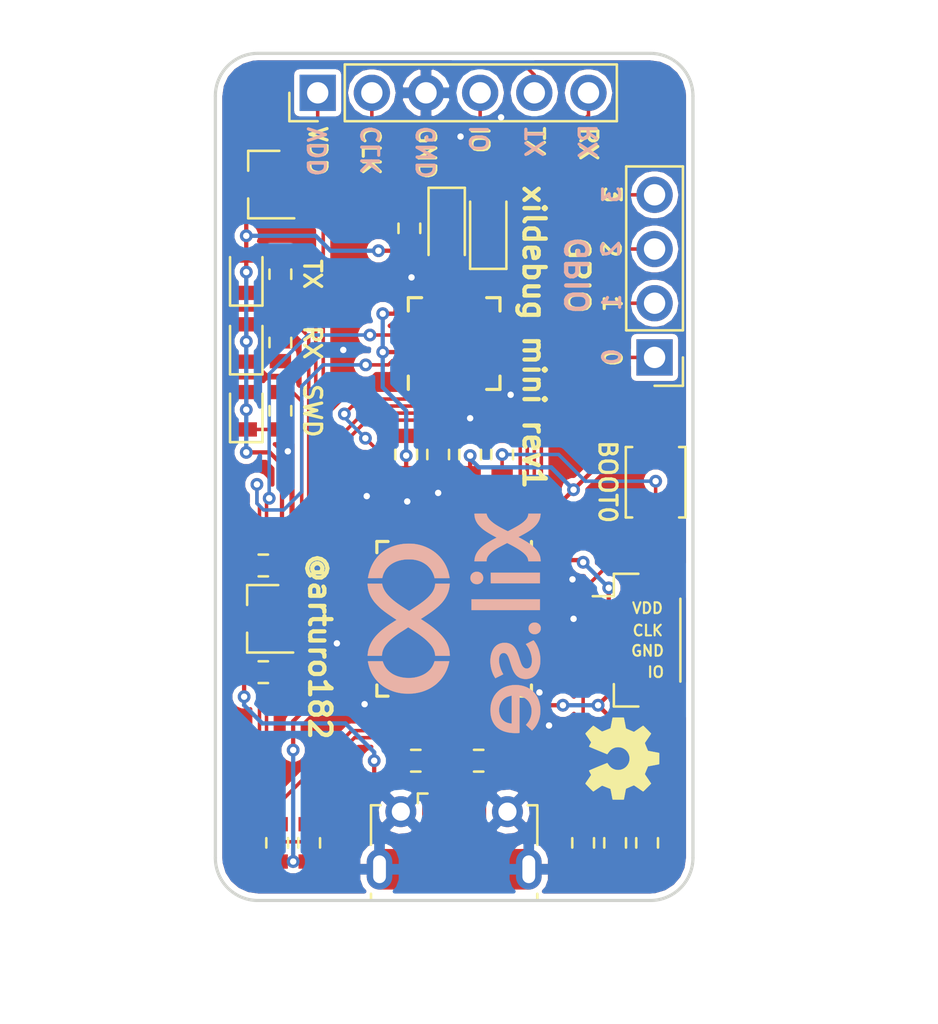
<source format=kicad_pcb>
(kicad_pcb (version 20171130) (host pcbnew "(6.0.0-rc1-dev-1050-geabae68ab)")
  (layers (0 F.Cu signal) (31 B.Cu signal) (34 B.Paste user) (35 F.Paste user hide) (36 B.SilkS user) (37 F.SilkS user) (38 B.Mask user) (39 F.Mask user hide) (44 Edge.Cuts user))
  (net 0 "")
  (net 1 /DUT_UART_RX_LED)
  (net 2 "Net-(D3-Pad1)")
  (net 3 +3V3)
  (net 4 /DUT_UART_TX_LED)
  (net 5 "Net-(D2-Pad1)")
  (net 6 "Net-(D1-Pad1)")
  (net 7 /DUT_SWD_LED)
  (net 8 /USB_D+)
  (net 9 "Net-(R7-Pad2)")
  (net 10 "Net-(R8-Pad2)")
  (net 11 /USB_D-)
  (net 12 GND)
  (net 13 +5V)
  (net 14 /GPIO1_A)
  (net 15 /GPIO0_A)
  (net 16 /STM_SWCLK)
  (net 17 /STM_SWDIO)
  (net 18 /DUT_UART_RX_A)
  (net 19 /DUT_UART_TX_A)
  (net 20 /DUT_SWDIO_A)
  (net 21 /DUT_SWCLK_A)
  (net 22 /GPIO3_A)
  (net 23 /GPIO2_A)
  (net 24 /GPIO0_B)
  (net 25 /GPIO1_B)
  (net 26 /GPIO2_B)
  (net 27 /GPIO3_B)
  (net 28 /DUT_SWDIO_B)
  (net 29 /DUT_SWCLK_B)
  (net 30 /DUT_UART_RX_B)
  (net 31 /DUT_UART_TX_B)
  (net 32 "Net-(J1-Pad4)")
  (net 33 "Net-(R23-Pad1)")
  (net 34 /STM_SDA)
  (net 35 /STM_SCL)
  (net 36 "Net-(U3-Pad43)")
  (net 37 "Net-(U3-Pad42)")
  (net 38 "Net-(U3-Pad41)")
  (net 39 "Net-(U3-Pad40)")
  (net 40 "Net-(U3-Pad39)")
  (net 41 "Net-(U3-Pad38)")
  (net 42 "Net-(U3-Pad29)")
  (net 43 "Net-(U3-Pad28)")
  (net 44 "Net-(U3-Pad27)")
  (net 45 "Net-(U3-Pad26)")
  (net 46 "Net-(U3-Pad25)")
  (net 47 "Net-(U3-Pad11)")
  (net 48 "Net-(U3-Pad10)")
  (net 49 "Net-(D5-Pad1)")
  (net 50 "Net-(D6-Pad2)")
  (net 51 "Net-(U3-Pad46)")
  (net 52 "Net-(U3-Pad45)")
  (net 53 "Net-(U3-Pad20)")
  (net 54 "Net-(U3-Pad2)")
  (net 55 "Net-(U3-Pad22)")
  (net 56 "Net-(U3-Pad21)")
  (net 57 /DUT_VDD_CTRL)
  (net 58 "Net-(J5-Pad1)")
  (module Package_TO_SOT_SMD:SOT-23 (layer F.Cu) (at 211.1 66.15 180)
    (fp_text reference Q1 hide)
    (fp_text value FDN340P hide)
    (pad 3 smd rect (at 1 0 180) (size 0.9 0.8) (layers F.Cu F.Paste F.Mask) (net 3 +3V3))
    (pad 2 smd rect (at -1 0.95 180) (size 0.9 0.8) (layers F.Cu F.Paste F.Mask) (net 58 "Net-(J5-Pad1)"))
    (pad 1 smd rect (at -1 -0.95 180) (size 0.9 0.8) (layers F.Cu F.Paste F.Mask) (net 57 /DUT_VDD_CTRL))
  )
  (module Connector_JST:JST_SH_BM04B-SRSS-TB_1x04-1MP_P1.00mm_Vertical (layer F.Cu) (at 228.6 87.5 270)
    (fp_text reference J2 hide)
    (fp_text value Conn_STM_SWD hide)
    (pad MP smd roundrect (at 2.8 -1.2 270) (size 1.2 1.8) (layers F.Cu F.Paste F.Mask) (roundrect_rratio 0.208333))
    (pad MP smd roundrect (at -2.8 -1.2 270) (size 1.2 1.8) (layers F.Cu F.Paste F.Mask) (roundrect_rratio 0.208333))
    (pad 4 smd roundrect (at 1.5 1.325 270) (size 0.6 1.55) (layers F.Cu F.Paste F.Mask) (net 17 /STM_SWDIO))
    (pad 3 smd roundrect (at 0.5 1.325 270) (size 0.6 1.55) (layers F.Cu F.Paste F.Mask) (net 12 GND))
    (pad 2 smd roundrect (at -0.5 1.325 270) (size 0.6 1.55) (layers F.Cu F.Paste F.Mask) (net 16 /STM_SWCLK))
    (pad 1 smd roundrect (at -1.5 1.325 270) (size 0.6 1.55) (layers F.Cu F.Paste F.Mask) (net 3 +3V3))
  )
  (module Connector_PinHeader_2.54mm:PinHeader_1x04_P2.54mm_Vertical (layer F.Cu) (at 229.4 74.25 180)
    (fp_text reference J3 hide)
    (fp_text value Conn_GPIO hide)
    (pad 4 thru_hole oval (at 0 7.62 180) (size 1.7 1.7) (drill 1) (layers *.Cu *.Mask) (net 27 /GPIO3_B))
    (pad 3 thru_hole oval (at 0 5.08 180) (size 1.7 1.7) (drill 1) (layers *.Cu *.Mask) (net 26 /GPIO2_B))
    (pad 2 thru_hole oval (at 0 2.54 180) (size 1.7 1.7) (drill 1) (layers *.Cu *.Mask) (net 25 /GPIO1_B))
    (pad 1 thru_hole rect (at 0 0 180) (size 1.7 1.7) (drill 1) (layers *.Cu *.Mask) (net 24 /GPIO0_B))
  )
  (module Button_Switch_SMD:SW_SPST_B3U-1000P (layer F.Cu) (at 229.45 80.1 270)
    (fp_text reference SW1 hide)
    (fp_text value BOOT0)
    (pad 1 smd rect (at -1.7 0 270) (size 0.9 1.7) (layers F.Cu F.Paste F.Mask) (net 3 +3V3))
    (pad 2 smd rect (at 1.7 0 270) (size 0.9 1.7) (layers F.Cu F.Paste F.Mask) (net 33 "Net-(R23-Pad1)"))
  )
  (module Resistor_SMD:R_0603_1608Metric (layer F.Cu) (at 222.25 78.8 90)
    (fp_text reference R23 hide)
    (fp_text value 10K)
    (pad 1 smd rect (at -0.875 0 90) (size 0.67 1) (layers F.Cu F.Paste F.Mask) (net 33 "Net-(R23-Pad1)"))
    (pad 2 smd rect (at 0.875 0 90) (size 0.67 1) (layers F.Cu F.Paste F.Mask) (net 12 GND))
  )
  (module Capacitor_SMD:C_0603_1608Metric (layer F.Cu) (at 211.05 84 180)
    (fp_text reference C1 hide)
    (fp_text value 0.1uF)
    (pad 2 smd rect (at 0.875 0 180) (size 0.67 1) (layers F.Cu F.Paste F.Mask) (net 12 GND))
    (pad 1 smd rect (at -0.875 0 180) (size 0.67 1) (layers F.Cu F.Paste F.Mask) (net 3 +3V3))
  )
  (module Capacitor_SMD:C_0603_1608Metric (layer F.Cu) (at 217.9 68.2 90)
    (fp_text reference C3 hide)
    (fp_text value 0.1uF)
    (pad 1 smd rect (at -0.875 0 90) (size 0.67 1) (layers F.Cu F.Paste F.Mask) (net 3 +3V3))
    (pad 2 smd rect (at 0.875 0 90) (size 0.67 1) (layers F.Cu F.Paste F.Mask) (net 12 GND))
  )
  (module Capacitor_SMD:C_0603_1608Metric (layer F.Cu) (at 219.25 78.8 90)
    (fp_text reference C4 hide)
    (fp_text value 0.1uF)
    (pad 2 smd rect (at 0.875 0 90) (size 0.67 1) (layers F.Cu F.Paste F.Mask) (net 12 GND))
    (pad 1 smd rect (at -0.875 0 90) (size 0.67 1) (layers F.Cu F.Paste F.Mask) (net 3 +3V3))
  )
  (module Capacitor_SMD:C_0603_1608Metric (layer F.Cu) (at 226.05 97 270)
    (fp_text reference C5 hide)
    (fp_text value 0.1uF)
    (pad 1 smd rect (at -0.875 0 270) (size 0.67 1) (layers F.Cu F.Paste F.Mask) (net 3 +3V3))
    (pad 2 smd rect (at 0.875 0 270) (size 0.67 1) (layers F.Cu F.Paste F.Mask) (net 12 GND))
  )
  (module Capacitor_SMD:C_0603_1608Metric (layer F.Cu) (at 227.55 97 270)
    (fp_text reference C6 hide)
    (fp_text value 4.7uF)
    (pad 2 smd rect (at 0.875 0 270) (size 0.67 1) (layers F.Cu F.Paste F.Mask) (net 12 GND))
    (pad 1 smd rect (at -0.875 0 270) (size 0.67 1) (layers F.Cu F.Paste F.Mask) (net 3 +3V3))
  )
  (module Capacitor_SMD:C_0603_1608Metric (layer F.Cu) (at 217.75 78.8 90)
    (fp_text reference C7 hide)
    (fp_text value 10nF)
    (pad 1 smd rect (at -0.875 0 90) (size 0.67 1) (layers F.Cu F.Paste F.Mask) (net 3 +3V3))
    (pad 2 smd rect (at 0.875 0 90) (size 0.67 1) (layers F.Cu F.Paste F.Mask) (net 12 GND))
  )
  (module Capacitor_SMD:C_0603_1608Metric (layer F.Cu) (at 211.05 89 180)
    (fp_text reference C9 hide)
    (fp_text value 1uF)
    (pad 1 smd rect (at -0.875 0 180) (size 0.67 1) (layers F.Cu F.Paste F.Mask) (net 12 GND))
    (pad 2 smd rect (at 0.875 0 180) (size 0.67 1) (layers F.Cu F.Paste F.Mask) (net 13 +5V))
  )
  (module Capacitor_SMD:C_0603_1608Metric (layer F.Cu) (at 220.75 78.8 90)
    (fp_text reference C2 hide)
    (fp_text value 0.1uF)
    (pad 2 smd rect (at 0.875 0 90) (size 0.67 1) (layers F.Cu F.Paste F.Mask) (net 12 GND))
    (pad 1 smd rect (at -0.875 0 90) (size 0.67 1) (layers F.Cu F.Paste F.Mask) (net 3 +3V3))
  )
  (module Capacitor_SMD:C_0603_1608Metric (layer F.Cu) (at 229.05 97 270)
    (fp_text reference C10 hide)
    (fp_text value 1uF)
    (pad 1 smd rect (at -0.875 0 270) (size 0.67 1) (layers F.Cu F.Paste F.Mask) (net 3 +3V3))
    (pad 2 smd rect (at 0.875 0 270) (size 0.67 1) (layers F.Cu F.Paste F.Mask) (net 12 GND))
  )
  (module Connector_PinHeader_2.54mm:PinHeader_1x06_P2.54mm_Vertical (layer F.Cu) (at 213.6 61.85 90)
    (fp_text reference J5 hide)
    (fp_text value Conn_DUT hide)
    (pad 1 thru_hole rect (at 0 0 90) (size 1.7 1.7) (drill 1) (layers *.Cu *.Mask) (net 58 "Net-(J5-Pad1)"))
    (pad 2 thru_hole oval (at 0 2.54 90) (size 1.7 1.7) (drill 1) (layers *.Cu *.Mask) (net 29 /DUT_SWCLK_B))
    (pad 3 thru_hole oval (at 0 5.08 90) (size 1.7 1.7) (drill 1) (layers *.Cu *.Mask) (net 12 GND))
    (pad 4 thru_hole oval (at 0 7.62 90) (size 1.7 1.7) (drill 1) (layers *.Cu *.Mask) (net 28 /DUT_SWDIO_B))
    (pad 5 thru_hole oval (at 0 10.16 90) (size 1.7 1.7) (drill 1) (layers *.Cu *.Mask) (net 31 /DUT_UART_TX_B))
    (pad 6 thru_hole oval (at 0 12.7 90) (size 1.7 1.7) (drill 1) (layers *.Cu *.Mask) (net 30 /DUT_UART_RX_B))
  )
  (module Connector_USB:USB_Micro-B_Molex-105017-0001 (layer F.Cu) (at 220 97)
    (fp_text reference J1 hide)
    (fp_text value USB_B_Micro hide)
    (pad 6 smd rect (at 1 1.2375) (size 1.5 1.9) (layers F.Cu F.Paste F.Mask) (net 12 GND))
    (pad 6 thru_hole circle (at -2.5 -1.4625) (size 1.45 1.45) (drill 0.85) (layers *.Cu *.Mask) (net 12 GND))
    (pad 2 smd rect (at -0.65 -1.4625) (size 0.4 1.35) (layers F.Cu F.Paste F.Mask) (net 11 /USB_D-))
    (pad 1 smd rect (at -1.3 -1.4625) (size 0.4 1.35) (layers F.Cu F.Paste F.Mask) (net 13 +5V))
    (pad 5 smd rect (at 1.3 -1.4625) (size 0.4 1.35) (layers F.Cu F.Paste F.Mask) (net 12 GND))
    (pad 4 smd rect (at 0.65 -1.4625) (size 0.4 1.35) (layers F.Cu F.Paste F.Mask) (net 32 "Net-(J1-Pad4)"))
    (pad 3 smd rect (at 0 -1.4625) (size 0.4 1.35) (layers F.Cu F.Paste F.Mask) (net 8 /USB_D+))
    (pad 6 thru_hole circle (at 2.5 -1.4625) (size 1.45 1.45) (drill 0.85) (layers *.Cu *.Mask) (net 12 GND))
    (pad 6 smd rect (at -1 1.2375) (size 1.5 1.9) (layers F.Cu F.Paste F.Mask) (net 12 GND))
    (pad 6 thru_hole oval (at -3.5 1.2375 180) (size 1.2 1.9) (drill oval 0.6 1.3) (layers *.Cu *.Mask) (net 12 GND))
    (pad 6 thru_hole oval (at 3.5 1.2375) (size 1.2 1.9) (drill oval 0.6 1.3) (layers *.Cu *.Mask) (net 12 GND))
    (pad 6 smd rect (at 2.9 1.2375) (size 1.2 1.9) (layers F.Cu F.Mask) (net 12 GND))
    (pad 6 smd rect (at -2.9 1.2375) (size 1.2 1.9) (layers F.Cu F.Mask) (net 12 GND))
  )
  (module Diode_SMD:D_SOD-323_HandSoldering (layer F.Cu) (at 221.6 68.2 90)
    (fp_text reference D5 hide)
    (fp_text value D_TX hide)
    (pad 2 smd rect (at 1.25 0 90) (size 1 1) (layers F.Cu F.Paste F.Mask) (net 30 /DUT_UART_RX_B))
    (pad 1 smd rect (at -1.25 0 90) (size 1 1) (layers F.Cu F.Paste F.Mask) (net 49 "Net-(D5-Pad1)"))
  )
  (module Diode_SMD:D_SOD-323_HandSoldering (layer F.Cu) (at 219.65 68.2 270)
    (fp_text reference D6 hide)
    (fp_text value D_RX hide)
    (pad 1 smd rect (at -1.25 0 270) (size 1 1) (layers F.Cu F.Paste F.Mask) (net 31 /DUT_UART_TX_B))
    (pad 2 smd rect (at 1.25 0 270) (size 1 1) (layers F.Cu F.Paste F.Mask) (net 50 "Net-(D6-Pad2)"))
  )
  (module LED_SMD:LED_0603_1608Metric (layer F.Cu) (at 210.25 76.75 90)
    (fp_text reference D1 hide)
    (fp_text value DUT_UART_TX_LED)
    (pad 1 smd rect (at -0.875 0 90) (size 0.67 1) (layers F.Cu F.Paste F.Mask) (net 6 "Net-(D1-Pad1)"))
    (pad 2 smd rect (at 0.875 0 90) (size 0.67 1) (layers F.Cu F.Paste F.Mask) (net 3 +3V3))
  )
  (module LED_SMD:LED_0603_1608Metric (layer F.Cu) (at 210.25 73.575 90)
    (fp_text reference D3 hide)
    (fp_text value DUT_UART_TX_LED)
    (pad 2 smd rect (at 0.875 0 90) (size 0.67 1) (layers F.Cu F.Paste F.Mask) (net 3 +3V3))
    (pad 1 smd rect (at -0.875 0 90) (size 0.67 1) (layers F.Cu F.Paste F.Mask) (net 2 "Net-(D3-Pad1)"))
  )
  (module LED_SMD:LED_0603_1608Metric (layer F.Cu) (at 210.25 70.35 90)
    (fp_text reference D2 hide)
    (fp_text value DUT_UART_TX_LED)
    (pad 1 smd rect (at -0.875 0 90) (size 0.67 1) (layers F.Cu F.Paste F.Mask) (net 5 "Net-(D2-Pad1)"))
    (pad 2 smd rect (at 0.875 0 90) (size 0.67 1) (layers F.Cu F.Paste F.Mask) (net 3 +3V3))
  )
  (module Package_DFN_QFN:QFN-28-1EP_4x4mm_P0.4mm_EP2.4x2.4mm (layer F.Cu) (at 220 73.6 90)
    (fp_text reference U2 hide)
    (fp_text value MAX14662)
    (pad 1 smd rect (at -1.95 -1.2 90) (size 0.8 0.2) (layers F.Cu F.Paste F.Mask) (net 12 GND))
    (pad 2 smd rect (at -1.95 -0.8 90) (size 0.8 0.2) (layers F.Cu F.Paste F.Mask) (net 21 /DUT_SWCLK_A))
    (pad 3 smd rect (at -1.95 -0.4 90) (size 0.8 0.2) (layers F.Cu F.Paste F.Mask) (net 19 /DUT_UART_TX_A))
    (pad 4 smd rect (at -1.95 0 90) (size 0.8 0.2) (layers F.Cu F.Paste F.Mask) (net 20 /DUT_SWDIO_A))
    (pad 5 smd rect (at -1.95 0.4 90) (size 0.8 0.2) (layers F.Cu F.Paste F.Mask) (net 18 /DUT_UART_RX_A))
    (pad 6 smd rect (at -1.95 0.8 90) (size 0.8 0.2) (layers F.Cu F.Paste F.Mask) (net 22 /GPIO3_A))
    (pad 7 smd rect (at -1.95 1.2 90) (size 0.8 0.2) (layers F.Cu F.Paste F.Mask) (net 23 /GPIO2_A))
    (pad 8 smd rect (at -1.2 1.95 180) (size 0.8 0.2) (layers F.Cu F.Paste F.Mask) (net 14 /GPIO1_A))
    (pad 9 smd rect (at -0.8 1.95 180) (size 0.8 0.2) (layers F.Cu F.Paste F.Mask) (net 15 /GPIO0_A))
    (pad 10 smd rect (at -0.4 1.95 180) (size 0.8 0.2) (layers F.Cu F.Paste F.Mask))
    (pad 11 smd rect (at 0 1.95 180) (size 0.8 0.2) (layers F.Cu F.Paste F.Mask) (net 12 GND))
    (pad 12 smd rect (at 0.4 1.95 180) (size 0.8 0.2) (layers F.Cu F.Paste F.Mask))
    (pad 13 smd rect (at 0.8 1.95 180) (size 0.8 0.2) (layers F.Cu F.Paste F.Mask))
    (pad 14 smd rect (at 1.2 1.95 180) (size 0.8 0.2) (layers F.Cu F.Paste F.Mask) (net 24 /GPIO0_B))
    (pad 15 smd rect (at 1.95 1.2 90) (size 0.8 0.2) (layers F.Cu F.Paste F.Mask) (net 25 /GPIO1_B))
    (pad 16 smd rect (at 1.95 0.8 90) (size 0.8 0.2) (layers F.Cu F.Paste F.Mask) (net 26 /GPIO2_B))
    (pad 17 smd rect (at 1.95 0.4 90) (size 0.8 0.2) (layers F.Cu F.Paste F.Mask) (net 27 /GPIO3_B))
    (pad 18 smd rect (at 1.95 0 90) (size 0.8 0.2) (layers F.Cu F.Paste F.Mask) (net 49 "Net-(D5-Pad1)"))
    (pad 19 smd rect (at 1.95 -0.4 90) (size 0.8 0.2) (layers F.Cu F.Paste F.Mask) (net 28 /DUT_SWDIO_B))
    (pad 20 smd rect (at 1.95 -0.8 90) (size 0.8 0.2) (layers F.Cu F.Paste F.Mask) (net 50 "Net-(D6-Pad2)"))
    (pad 21 smd rect (at 1.95 -1.2 90) (size 0.8 0.2) (layers F.Cu F.Paste F.Mask) (net 29 /DUT_SWCLK_B))
    (pad 22 smd rect (at 1.2 -1.95 180) (size 0.8 0.2) (layers F.Cu F.Paste F.Mask) (net 3 +3V3))
    (pad 23 smd rect (at 0.8 -1.95 180) (size 0.8 0.2) (layers F.Cu F.Paste F.Mask) (net 12 GND))
    (pad 24 smd rect (at 0.4 -1.95 180) (size 0.8 0.2) (layers F.Cu F.Paste F.Mask) (net 35 /STM_SCL))
    (pad 25 smd rect (at 0 -1.95 180) (size 0.8 0.2) (layers F.Cu F.Paste F.Mask) (net 12 GND))
    (pad 26 smd rect (at -0.4 -1.95 180) (size 0.8 0.2) (layers F.Cu F.Paste F.Mask) (net 3 +3V3))
    (pad 27 smd rect (at -0.8 -1.95 180) (size 0.8 0.2) (layers F.Cu F.Paste F.Mask) (net 34 /STM_SDA))
    (pad 28 smd rect (at -1.2 -1.95 180) (size 0.8 0.2) (layers F.Cu F.Paste F.Mask) (net 12 GND))
    (pad 29 smd rect (at 0 0 90) (size 2.4 2.4) (layers F.Cu F.Mask) (net 12 GND))
  )
  (module Package_DFN_QFN_Extra:UFQFPN-48-1EP_7x7mm_P0.5mm_EP5.15x5.15mm (layer F.Cu) (at 220 86.5 270)
    (fp_text reference U3 hide)
    (fp_text value STM32L433CCUx)
    (pad 49 smd rect (at 0 0 270) (size 5.15 5.15) (layers F.Cu F.Mask))
    (pad 48 smd rect (at -2.75 -3.95) (size 1.8 0.25) (layers F.Cu F.Paste F.Mask) (net 3 +3V3))
    (pad 47 smd rect (at -2.25 -3.95) (size 1.8 0.25) (layers F.Cu F.Paste F.Mask) (net 12 GND))
    (pad 46 smd rect (at -1.75 -3.95) (size 1.8 0.25) (layers F.Cu F.Paste F.Mask) (net 51 "Net-(U3-Pad46)"))
    (pad 45 smd rect (at -1.25 -3.95) (size 1.8 0.25) (layers F.Cu F.Paste F.Mask) (net 52 "Net-(U3-Pad45)"))
    (pad 44 smd rect (at -0.75 -3.95) (size 1.8 0.25) (layers F.Cu F.Paste F.Mask) (net 33 "Net-(R23-Pad1)"))
    (pad 43 smd rect (at -0.25 -3.95) (size 1.8 0.25) (layers F.Cu F.Paste F.Mask) (net 36 "Net-(U3-Pad43)"))
    (pad 42 smd rect (at 0.25 -3.95) (size 1.8 0.25) (layers F.Cu F.Paste F.Mask) (net 37 "Net-(U3-Pad42)"))
    (pad 41 smd rect (at 0.75 -3.95) (size 1.8 0.25) (layers F.Cu F.Paste F.Mask) (net 38 "Net-(U3-Pad41)"))
    (pad 40 smd rect (at 1.25 -3.95) (size 1.8 0.25) (layers F.Cu F.Paste F.Mask) (net 39 "Net-(U3-Pad40)"))
    (pad 39 smd rect (at 1.75 -3.95) (size 1.8 0.25) (layers F.Cu F.Paste F.Mask) (net 40 "Net-(U3-Pad39)"))
    (pad 38 smd rect (at 2.25 -3.95) (size 1.8 0.25) (layers F.Cu F.Paste F.Mask) (net 41 "Net-(U3-Pad38)"))
    (pad 37 smd rect (at 2.75 -3.95) (size 1.8 0.25) (layers F.Cu F.Paste F.Mask) (net 16 /STM_SWCLK))
    (pad 36 smd rect (at 3.95 -2.75 270) (size 1.8 0.25) (layers F.Cu F.Paste F.Mask) (net 3 +3V3))
    (pad 35 smd rect (at 3.95 -2.25 270) (size 1.8 0.25) (layers F.Cu F.Paste F.Mask) (net 12 GND))
    (pad 34 smd rect (at 3.95 -1.75 270) (size 1.8 0.25) (layers F.Cu F.Paste F.Mask) (net 17 /STM_SWDIO))
    (pad 33 smd rect (at 3.95 -1.25 270) (size 1.8 0.25) (layers F.Cu F.Paste F.Mask) (net 9 "Net-(R7-Pad2)"))
    (pad 32 smd rect (at 3.95 -0.75 270) (size 1.8 0.25) (layers F.Cu F.Paste F.Mask) (net 10 "Net-(R8-Pad2)"))
    (pad 31 smd rect (at 3.95 -0.25 270) (size 1.8 0.25) (layers F.Cu F.Paste F.Mask) (net 34 /STM_SDA))
    (pad 30 smd rect (at 3.95 0.25 270) (size 1.8 0.25) (layers F.Cu F.Paste F.Mask) (net 35 /STM_SCL))
    (pad 29 smd rect (at 3.95 0.75 270) (size 1.8 0.25) (layers F.Cu F.Paste F.Mask) (net 42 "Net-(U3-Pad29)"))
    (pad 28 smd rect (at 3.95 1.25 270) (size 1.8 0.25) (layers F.Cu F.Paste F.Mask) (net 43 "Net-(U3-Pad28)"))
    (pad 27 smd rect (at 3.95 1.75 270) (size 1.8 0.25) (layers F.Cu F.Paste F.Mask) (net 44 "Net-(U3-Pad27)"))
    (pad 26 smd rect (at 3.95 2.25 270) (size 1.8 0.25) (layers F.Cu F.Paste F.Mask) (net 45 "Net-(U3-Pad26)"))
    (pad 25 smd rect (at 3.95 2.75 270) (size 1.8 0.25) (layers F.Cu F.Paste F.Mask) (net 46 "Net-(U3-Pad25)"))
    (pad 24 smd rect (at 2.75 3.95) (size 1.8 0.25) (layers F.Cu F.Paste F.Mask) (net 3 +3V3))
    (pad 23 smd rect (at 2.25 3.95) (size 1.8 0.25) (layers F.Cu F.Paste F.Mask) (net 12 GND))
    (pad 22 smd rect (at 1.75 3.95) (size 1.8 0.25) (layers F.Cu F.Paste F.Mask) (net 55 "Net-(U3-Pad22)"))
    (pad 21 smd rect (at 1.25 3.95) (size 1.8 0.25) (layers F.Cu F.Paste F.Mask) (net 56 "Net-(U3-Pad21)"))
    (pad 20 smd rect (at 0.75 3.95) (size 1.8 0.25) (layers F.Cu F.Paste F.Mask) (net 53 "Net-(U3-Pad20)"))
    (pad 19 smd rect (at 0.25 3.95) (size 1.8 0.25) (layers F.Cu F.Paste F.Mask) (net 7 /DUT_SWD_LED))
    (pad 18 smd rect (at -0.25 3.95) (size 1.8 0.25) (layers F.Cu F.Paste F.Mask) (net 1 /DUT_UART_RX_LED))
    (pad 17 smd rect (at -0.75 3.95) (size 1.8 0.25) (layers F.Cu F.Paste F.Mask) (net 4 /DUT_UART_TX_LED))
    (pad 16 smd rect (at -1.25 3.95) (size 1.8 0.25) (layers F.Cu F.Paste F.Mask) (net 57 /DUT_VDD_CTRL))
    (pad 15 smd rect (at -1.75 3.95) (size 1.8 0.25) (layers F.Cu F.Paste F.Mask) (net 21 /DUT_SWCLK_A))
    (pad 14 smd rect (at -2.25 3.95) (size 1.8 0.25) (layers F.Cu F.Paste F.Mask) (net 20 /DUT_SWDIO_A))
    (pad 13 smd rect (at -2.75 3.95) (size 1.8 0.25) (layers F.Cu F.Paste F.Mask) (net 18 /DUT_UART_RX_A))
    (pad 12 smd rect (at -3.95 2.75 270) (size 1.8 0.25) (layers F.Cu F.Paste F.Mask) (net 19 /DUT_UART_TX_A))
    (pad 11 smd rect (at -3.95 2.25 270) (size 1.8 0.25) (layers F.Cu F.Paste F.Mask) (net 47 "Net-(U3-Pad11)"))
    (pad 10 smd rect (at -3.95 1.75 270) (size 1.8 0.25) (layers F.Cu F.Paste F.Mask) (net 48 "Net-(U3-Pad10)"))
    (pad 9 smd rect (at -3.95 1.25 270) (size 1.8 0.25) (layers F.Cu F.Paste F.Mask) (net 3 +3V3))
    (pad 8 smd rect (at -3.95 0.75 270) (size 1.8 0.25) (layers F.Cu F.Paste F.Mask) (net 12 GND))
    (pad 7 smd rect (at -3.95 0.25 270) (size 1.8 0.25) (layers F.Cu F.Paste F.Mask) (net 3 +3V3))
    (pad 6 smd rect (at -3.95 -0.25 270) (size 1.8 0.25) (layers F.Cu F.Paste F.Mask) (net 22 /GPIO3_A))
    (pad 5 smd rect (at -3.95 -0.75 270) (size 1.8 0.25) (layers F.Cu F.Paste F.Mask) (net 23 /GPIO2_A))
    (pad 4 smd rect (at -3.95 -1.25 270) (size 1.8 0.25) (layers F.Cu F.Paste F.Mask) (net 14 /GPIO1_A))
    (pad 3 smd rect (at -3.95 -1.75 270) (size 1.8 0.25) (layers F.Cu F.Paste F.Mask) (net 15 /GPIO0_A))
    (pad 2 smd rect (at -3.95 -2.25 270) (size 1.8 0.25) (layers F.Cu F.Paste F.Mask) (net 54 "Net-(U3-Pad2)"))
    (pad 1 smd rect (at -3.95 -2.75 270) (size 1.8 0.25) (layers F.Cu F.Paste F.Mask) (net 3 +3V3))
  )
  (module Package_TO_SOT_SMD:SOT-23 (layer F.Cu) (at 211.05 86.5 180)
    (fp_text reference U1 hide)
    (fp_text value XC6206P332MR)
    (pad 1 smd rect (at -1 -0.95 180) (size 0.9 0.8) (layers F.Cu F.Paste F.Mask) (net 12 GND))
    (pad 2 smd rect (at -1 0.95 180) (size 0.9 0.8) (layers F.Cu F.Paste F.Mask) (net 3 +3V3))
    (pad 3 smd rect (at 1 0 180) (size 0.9 0.8) (layers F.Cu F.Paste F.Mask) (net 13 +5V))
  )
  (module Resistor_SMD:R_0603_1608Metric (layer F.Cu) (at 211.7 97 270)
    (fp_text reference R10 hide)
    (fp_text value 10K)
    (pad 2 smd rect (at 0.875 0 270) (size 0.67 1) (layers F.Cu F.Paste F.Mask) (net 3 +3V3))
    (pad 1 smd rect (at -0.875 0 270) (size 0.67 1) (layers F.Cu F.Paste F.Mask) (net 35 /STM_SCL))
  )
  (module Resistor_SMD:R_0603_1608Metric (layer F.Cu) (at 213.2 97 270)
    (fp_text reference R9 hide)
    (fp_text value 10K)
    (pad 1 smd rect (at -0.875 0 270) (size 0.67 1) (layers F.Cu F.Paste F.Mask) (net 34 /STM_SDA))
    (pad 2 smd rect (at 0.875 0 270) (size 0.67 1) (layers F.Cu F.Paste F.Mask) (net 3 +3V3))
  )
  (module Resistor_SMD:R_0603_1608Metric (layer F.Cu) (at 218.2 93.15 180)
    (fp_text reference R8 hide)
    (fp_text value 27R)
    (pad 2 smd rect (at 0.875 0 180) (size 0.67 1) (layers F.Cu F.Paste F.Mask) (net 10 "Net-(R8-Pad2)"))
    (pad 1 smd rect (at -0.875 0 180) (size 0.67 1) (layers F.Cu F.Paste F.Mask) (net 11 /USB_D-))
  )
  (module Resistor_SMD:R_0603_1608Metric (layer F.Cu) (at 221.15 93.15)
    (fp_text reference R7 hide)
    (fp_text value 27R)
    (pad 1 smd rect (at -0.875 0) (size 0.67 1) (layers F.Cu F.Paste F.Mask) (net 8 /USB_D+))
    (pad 2 smd rect (at 0.875 0) (size 0.67 1) (layers F.Cu F.Paste F.Mask) (net 9 "Net-(R7-Pad2)"))
  )
  (module Resistor_SMD:R_0603_1608Metric (layer F.Cu) (at 211.85 76.75 90)
    (fp_text reference R1 hide)
    (fp_text value 360R)
    (pad 1 smd rect (at -0.875 0 90) (size 0.67 1) (layers F.Cu F.Paste F.Mask) (net 6 "Net-(D1-Pad1)"))
    (pad 2 smd rect (at 0.875 0 90) (size 0.67 1) (layers F.Cu F.Paste F.Mask) (net 7 /DUT_SWD_LED))
  )
  (module Resistor_SMD:R_0603_1608Metric (layer F.Cu) (at 211.85 70.35 90)
    (fp_text reference R2 hide)
    (fp_text value 360R)
    (pad 2 smd rect (at 0.875 0 90) (size 0.67 1) (layers F.Cu F.Paste F.Mask) (net 4 /DUT_UART_TX_LED))
    (pad 1 smd rect (at -0.875 0 90) (size 0.67 1) (layers F.Cu F.Paste F.Mask) (net 5 "Net-(D2-Pad1)"))
  )
  (module Resistor_SMD:R_0603_1608Metric (layer F.Cu) (at 211.85 73.55 90)
    (fp_text reference R3 hide)
    (fp_text value 360R)
    (pad 2 smd rect (at 0.875 0 90) (size 0.67 1) (layers F.Cu F.Paste F.Mask) (net 1 /DUT_UART_RX_LED))
    (pad 1 smd rect (at -0.875 0 90) (size 0.67 1) (layers F.Cu F.Paste F.Mask) (net 2 "Net-(D3-Pad1)"))
  )
  (module Symbol_Extra:xil_5000 (layer B.Cu) (at 220 86.7 270)
    (fp_text reference G*** hide)
    (fp_text value LOGO hide)
  )
  (module Symbol_Extra:oshw_crop_10000 (layer F.Cu) (at 227.85 93.05 270)
    (fp_text reference G*** hide)
    (fp_text value LOGO hide)
  )
  (gr_text @arturo182 (at 213.7 87.8 270) (layer F.SilkS) (effects (font (size 1 1) (thickness 0.2))))
  (gr_text 2 (at 227.35 69.65 90) (layer B.SilkS) (effects (font (size 0.8 0.8)) (justify right mirror)))
  (gr_text 3 (at 227.4 67.1 90) (layer B.SilkS) (effects (font (size 0.8 0.8)) (justify right mirror)))
  (gr_text 0 (at 227.4 74.7 90) (layer B.SilkS) (effects (font (size 0.8 0.8)) (justify right mirror)))
  (gr_text GPIO (at 225.8 70.4 90) (layer B.SilkS) (effects (font (size 1 1) (thickness 0.2)) (justify mirror)))
  (gr_text 1 (at 227.4 72.15 90) (layer B.SilkS) (effects (font (size 0.8 0.8)) (justify right mirror)))
  (gr_text RX (at 226.3 65 90) (layer B.SilkS) (effects (font (size 0.8 0.8)) (justify right mirror)))
  (gr_text TX (at 223.8 64.95 90) (layer B.SilkS) (effects (font (size 0.8 0.8)) (justify right mirror)))
  (gr_text IO (at 221.2 64.7 90) (layer B.SilkS) (effects (font (size 0.8 0.8)) (justify right mirror)))
  (gr_text GND (at 218.7 65.95 90) (layer B.SilkS) (effects (font (size 0.8 0.8)) (justify right mirror)))
  (gr_text CLK (at 216.1 65.75 90) (layer B.SilkS) (effects (font (size 0.8 0.8)) (justify right mirror)))
  (gr_text VDD (at 213.6 65.85 90) (layer B.SilkS) (effects (font (size 0.8 0.8)) (justify right mirror)))
  (gr_text IO (at 229.9 89) (layer F.SilkS) (effects (font (size 0.5 0.5) (thickness 0.1)) (justify right)))
  (gr_text GND (at 229.9 88) (layer F.SilkS) (effects (font (size 0.5 0.5) (thickness 0.1)) (justify right)))
  (gr_text CLK (at 229.85 87.05) (layer F.SilkS) (effects (font (size 0.5 0.5) (thickness 0.1)) (justify right)))
  (gr_text VDD (at 229.85 86) (layer F.SilkS) (effects (font (size 0.5 0.5) (thickness 0.1)) (justify right)))
  (gr_text BOOT0 (at 227.2 82.1 270) (layer F.SilkS) (effects (font (size 0.8 0.8)) (justify right)))
  (gr_text "xildebug mini rev1" (at 223.75 73.3 270) (layer F.SilkS) (effects (font (size 1 1) (thickness 0.2))))
  (gr_text GPIO (at 225.8 70.4 270) (layer F.SilkS) (effects (font (size 1 1) (thickness 0.2))))
  (gr_text 0 (at 227.4 73.8 270) (layer F.SilkS) (effects (font (size 0.8 0.8)) (justify left)))
  (gr_text 1 (at 227.4 71.25 270) (layer F.SilkS) (effects (font (size 0.8 0.8)) (justify left)))
  (gr_text 2 (at 227.35 68.7 270) (layer F.SilkS) (effects (font (size 0.8 0.8)) (justify left)))
  (gr_text 3 (at 227.4 66.15 270) (layer F.SilkS) (effects (font (size 0.8 0.8)) (justify left)))
  (gr_text RX (at 226.3 63.35 270) (layer F.SilkS) (effects (font (size 0.8 0.8)) (justify left)))
  (gr_text TX (at 223.8 63.35 270) (layer F.SilkS) (effects (font (size 0.8 0.8)) (justify left)))
  (gr_text IO (at 221.2 63.35 270) (layer F.SilkS) (effects (font (size 0.8 0.8)) (justify left)))
  (gr_text GND (at 218.7 63.35 270) (layer F.SilkS) (effects (font (size 0.8 0.8)) (justify left)))
  (gr_text CLK (at 216.1 63.35 270) (layer F.SilkS) (effects (font (size 0.8 0.8)) (justify left)))
  (gr_text VDD (at 213.6 63.35 270) (layer F.SilkS) (effects (font (size 0.8 0.8)) (justify left)))
  (gr_text SWD (at 213.35 76.75 270) (layer F.SilkS) (effects (font (size 0.8 0.8))))
  (gr_text RX (at 213.35 73.55 270) (layer F.SilkS) (effects (font (size 0.8 0.8))))
  (gr_text TX (at 213.35 70.35 270) (layer F.SilkS) (effects (font (size 0.8 0.8))))
  (gr_arc (start 210.8 62) (end 210.8 60) (angle -90) (layer Edge.Cuts) (width 0.15))
  (gr_arc (start 229.2 62) (end 231.2 62) (angle -90) (layer Edge.Cuts) (width 0.15))
  (gr_arc (start 229.2 97.7) (end 229.2 99.7) (angle -90) (layer Edge.Cuts) (width 0.15))
  (gr_arc (start 210.8 97.7) (end 208.8 97.7) (angle -90) (layer Edge.Cuts) (width 0.15))
  (gr_line (start 208.8 62) (end 208.8 97.7) (layer Edge.Cuts) (width 0.15))
  (gr_line (start 229.2 60) (end 210.8 60) (layer Edge.Cuts) (width 0.15))
  (gr_line (start 231.2 97.7) (end 231.2 62) (layer Edge.Cuts) (width 0.15))
  (gr_line (start 229.2 99.7) (end 210.8 99.7) (layer Edge.Cuts) (width 0.15))
  (segment (start 212.575 72.675) (end 211.85 72.675) (width 0.165) (layer F.Cu) (net 1))
  (segment (start 213.180011 73.280011) (end 212.575 72.675) (width 0.165) (layer F.Cu) (net 1))
  (segment (start 213.180011 84.445011) (end 213.180011 73.280011) (width 0.165) (layer F.Cu) (net 1))
  (segment (start 216.05 86.25) (end 214.985 86.25) (width 0.165) (layer F.Cu) (net 1))
  (segment (start 214.985 86.25) (end 213.180011 84.445011) (width 0.165) (layer F.Cu) (net 1))
  (segment (start 211.825 74.45) (end 211.85 74.425) (width 0.165) (layer F.Cu) (net 2))
  (segment (start 210.25 74.45) (end 211.825 74.45) (width 0.165) (layer F.Cu) (net 2))
  (segment (start 229.05 96.125) (end 227.55 96.125) (width 0.2) (layer F.Cu) (net 3))
  (segment (start 227.55 96.125) (end 226.05 96.125) (width 0.2) (layer F.Cu) (net 3))
  (segment (start 220.75 79.675) (end 219.25 79.675) (width 0.2) (layer F.Cu) (net 3))
  (segment (start 219.25 79.675) (end 217.75 79.675) (width 0.2) (layer F.Cu) (net 3))
  (segment (start 218.75 81.45) (end 218.75 82.55) (width 0.2) (layer F.Cu) (net 3))
  (segment (start 218.75 81.21) (end 218.75 81.45) (width 0.2) (layer F.Cu) (net 3))
  (segment (start 217.75 80.21) (end 218.75 81.21) (width 0.2) (layer F.Cu) (net 3))
  (segment (start 217.75 79.675) (end 217.75 80.21) (width 0.2) (layer F.Cu) (net 3))
  (segment (start 220.75 80.2) (end 220.75 79.675) (width 0.2) (layer F.Cu) (net 3))
  (segment (start 219.75 82.55) (end 219.75 81.2) (width 0.2) (layer F.Cu) (net 3))
  (segment (start 219.75 81.2) (end 220.75 80.2) (width 0.2) (layer F.Cu) (net 3))
  (segment (start 211.925 85.425) (end 212.05 85.55) (width 0.2) (layer F.Cu) (net 3))
  (segment (start 211.925 84) (end 211.925 85.425) (width 0.2) (layer F.Cu) (net 3))
  (segment (start 217.425 69.075) (end 217.9 69.075) (width 0.2) (layer F.Cu) (net 3))
  (segment (start 217.25 69.25) (end 217.425 69.075) (width 0.2) (layer F.Cu) (net 3))
  (segment (start 217.25 72.2) (end 217.25 69.25) (width 0.2) (layer F.Cu) (net 3))
  (segment (start 218.05 72.4) (end 217.45 72.4) (width 0.2) (layer F.Cu) (net 3))
  (segment (start 217.45 72.4) (end 217.25 72.2) (width 0.2) (layer F.Cu) (net 3))
  (via (at 210.25 70.25) (size 0.6) (drill 0.3) (layers F.Cu B.Cu) (net 3))
  (segment (start 210.25 69.475) (end 210.25 70.25) (width 0.2) (layer F.Cu) (net 3))
  (via (at 210.25 73.5) (size 0.6) (drill 0.3) (layers F.Cu B.Cu) (net 3))
  (segment (start 210.25 70.25) (end 210.25 73.5) (width 0.2) (layer B.Cu) (net 3))
  (segment (start 210.25 72.7) (end 210.25 73.5) (width 0.2) (layer F.Cu) (net 3))
  (via (at 210.25 76.7) (size 0.6) (drill 0.3) (layers F.Cu B.Cu) (net 3))
  (segment (start 210.25 73.5) (end 210.25 76.7) (width 0.2) (layer B.Cu) (net 3))
  (segment (start 210.25 76.7) (end 210.25 75.875) (width 0.2) (layer F.Cu) (net 3))
  (via (at 226.75 90.55) (size 0.6) (drill 0.3) (layers F.Cu B.Cu) (net 3))
  (segment (start 227.55 96.125) (end 227.55 91.35) (width 0.2) (layer F.Cu) (net 3))
  (segment (start 227.55 91.35) (end 226.75 90.55) (width 0.2) (layer F.Cu) (net 3))
  (via (at 225.1 90.55) (size 0.6) (drill 0.3) (layers F.Cu B.Cu) (net 3))
  (segment (start 226.75 90.55) (end 225.1 90.55) (width 0.2) (layer B.Cu) (net 3))
  (segment (start 222.85 90.55) (end 222.75 90.45) (width 0.2) (layer F.Cu) (net 3))
  (segment (start 225.1 90.55) (end 222.85 90.55) (width 0.2) (layer F.Cu) (net 3))
  (segment (start 222.75 82.55) (end 223.2 82.55) (width 0.2) (layer F.Cu) (net 3))
  (via (at 227.25 85.05) (size 0.6) (drill 0.3) (layers F.Cu B.Cu) (net 3))
  (segment (start 227.25 85.975) (end 227.275 86) (width 0.2) (layer F.Cu) (net 3))
  (segment (start 227.25 85.05) (end 227.25 85.975) (width 0.2) (layer F.Cu) (net 3))
  (segment (start 227.25 85.05) (end 226.05 83.85) (width 0.2) (layer B.Cu) (net 3))
  (segment (start 223.95 83.75) (end 225.95 83.75) (width 0.2) (layer F.Cu) (net 3))
  (segment (start 225.95 83.75) (end 226.05 83.85) (width 0.2) (layer F.Cu) (net 3))
  (via (at 226.05 83.85) (size 0.6) (drill 0.3) (layers F.Cu B.Cu) (net 3))
  (segment (start 223.95 82.95) (end 223.95 83.75) (width 0.2) (layer F.Cu) (net 3))
  (segment (start 223.2 82.55) (end 223.55 82.55) (width 0.2) (layer F.Cu) (net 3))
  (segment (start 223.55 82.55) (end 223.95 82.95) (width 0.2) (layer F.Cu) (net 3))
  (segment (start 223.5 82.55) (end 223.2 82.55) (width 0.2) (layer F.Cu) (net 3))
  (segment (start 229.45 78.4) (end 227.65 78.4) (width 0.2) (layer F.Cu) (net 3))
  (via (at 216.45 69.25) (size 0.6) (drill 0.3) (layers F.Cu B.Cu) (net 3))
  (segment (start 216.45 69.25) (end 217.25 69.25) (width 0.2) (layer F.Cu) (net 3))
  (segment (start 214.5 89.25) (end 216.05 89.25) (width 0.2) (layer F.Cu) (net 3))
  (via (at 210.25 68.55) (size 0.6) (drill 0.3) (layers F.Cu B.Cu) (net 3))
  (segment (start 210.25 69.475) (end 210.25 68.55) (width 0.2) (layer F.Cu) (net 3))
  (segment (start 214.2 69.25) (end 216.45 69.25) (width 0.2) (layer B.Cu) (net 3))
  (segment (start 210.25 68.55) (end 213.5 68.55) (width 0.2) (layer B.Cu) (net 3))
  (segment (start 213.5 68.55) (end 214.2 69.25) (width 0.2) (layer B.Cu) (net 3))
  (via (at 217.75 78.85) (size 0.6) (drill 0.3) (layers F.Cu B.Cu) (net 3))
  (segment (start 217.75 79.675) (end 217.75 78.85) (width 0.2) (layer F.Cu) (net 3))
  (via (at 216.65 74) (size 0.6) (drill 0.3) (layers F.Cu B.Cu) (net 3))
  (segment (start 216.65 74) (end 218.05 74) (width 0.2) (layer F.Cu) (net 3))
  (segment (start 216.65 75.65) (end 216.65 74) (width 0.2) (layer B.Cu) (net 3))
  (segment (start 217.75 78.85) (end 217.75 76.75) (width 0.2) (layer B.Cu) (net 3))
  (segment (start 217.75 76.75) (end 216.65 75.65) (width 0.2) (layer B.Cu) (net 3))
  (via (at 210.25 78.7) (size 0.6) (drill 0.3) (layers F.Cu B.Cu) (net 3))
  (segment (start 210.25 78.7) (end 210.25 76.7) (width 0.2) (layer B.Cu) (net 3))
  (via (at 212.45 92.65) (size 0.6) (drill 0.3) (layers F.Cu B.Cu) (net 3))
  (via (at 212.45 97.875) (size 0.6) (drill 0.3) (layers F.Cu B.Cu) (net 3))
  (segment (start 212.45 92.65) (end 212.45 97.875) (width 0.2) (layer B.Cu) (net 3))
  (segment (start 211.7 97.875) (end 212.45 97.875) (width 0.2) (layer F.Cu) (net 3))
  (segment (start 212.45 97.875) (end 213.2 97.875) (width 0.2) (layer F.Cu) (net 3))
  (segment (start 212.45 91.3) (end 212.45 92.65) (width 0.2) (layer F.Cu) (net 3))
  (segment (start 214.5 89.25) (end 212.45 91.3) (width 0.2) (layer F.Cu) (net 3))
  (segment (start 213.75 88.5) (end 214.5 89.25) (width 0.2) (layer F.Cu) (net 3))
  (segment (start 213.75 87.2) (end 213.75 88.5) (width 0.2) (layer F.Cu) (net 3))
  (segment (start 212.05 85.55) (end 212.1 85.55) (width 0.2) (layer F.Cu) (net 3))
  (segment (start 212.1 85.55) (end 213.75 87.2) (width 0.2) (layer F.Cu) (net 3))
  (segment (start 211.35 78.7) (end 210.25 78.7) (width 0.2) (layer F.Cu) (net 3))
  (segment (start 211.925 84) (end 211.925 79.275) (width 0.2) (layer F.Cu) (net 3))
  (segment (start 211.925 79.275) (end 211.35 78.7) (width 0.2) (layer F.Cu) (net 3))
  (via (at 216.65 72.2) (size 0.6) (drill 0.3) (layers F.Cu B.Cu) (net 3))
  (segment (start 216.65 74) (end 216.65 72.2) (width 0.2) (layer B.Cu) (net 3))
  (segment (start 216.65 72.2) (end 217.25 72.2) (width 0.2) (layer F.Cu) (net 3))
  (via (at 220.75 78.85) (size 0.6) (drill 0.3) (layers F.Cu B.Cu) (net 3))
  (segment (start 220.75 79.675) (end 220.75 78.85) (width 0.2) (layer F.Cu) (net 3))
  (via (at 225.6 80.45) (size 0.6) (drill 0.3) (layers F.Cu B.Cu) (net 3))
  (segment (start 227.65 78.4) (end 225.6 80.45) (width 0.2) (layer F.Cu) (net 3))
  (segment (start 225.6 80.45) (end 223.5 82.55) (width 0.2) (layer F.Cu) (net 3))
  (segment (start 224.55 79.4) (end 225.6 80.45) (width 0.2) (layer B.Cu) (net 3))
  (segment (start 221.15 79.4) (end 224.55 79.4) (width 0.2) (layer B.Cu) (net 3))
  (segment (start 220.75 78.85) (end 220.75 79) (width 0.2) (layer B.Cu) (net 3))
  (segment (start 220.75 79) (end 221.15 79.4) (width 0.2) (layer B.Cu) (net 3))
  (segment (start 210.25 66.3) (end 210.25 68.55) (width 0.2) (layer F.Cu) (net 3))
  (segment (start 210.1 66.15) (end 210.25 66.3) (width 0.2) (layer F.Cu) (net 3))
  (segment (start 228.25 86) (end 227.275 86) (width 0.2) (layer F.Cu) (net 3))
  (segment (start 228.6 86.35) (end 228.25 86) (width 0.2) (layer F.Cu) (net 3))
  (segment (start 228.6 89.4) (end 228.6 86.35) (width 0.2) (layer F.Cu) (net 3))
  (segment (start 228.05 89.95) (end 228.6 89.4) (width 0.2) (layer F.Cu) (net 3))
  (segment (start 226.75 90.55) (end 227.35 89.95) (width 0.2) (layer F.Cu) (net 3))
  (segment (start 227.35 89.95) (end 228.05 89.95) (width 0.2) (layer F.Cu) (net 3))
  (segment (start 211.85 69.975) (end 211.85 69.475) (width 0.165) (layer F.Cu) (net 4))
  (segment (start 213.510022 71.635022) (end 211.85 69.975) (width 0.165) (layer F.Cu) (net 4))
  (segment (start 213.510022 84.275022) (end 213.510022 71.635022) (width 0.165) (layer F.Cu) (net 4))
  (segment (start 216.05 85.75) (end 214.985 85.75) (width 0.165) (layer F.Cu) (net 4))
  (segment (start 214.985 85.75) (end 213.510022 84.275022) (width 0.165) (layer F.Cu) (net 4))
  (segment (start 210.25 71.225) (end 211.85 71.225) (width 0.165) (layer F.Cu) (net 5))
  (segment (start 210.25 77.625) (end 211.85 77.625) (width 0.165) (layer F.Cu) (net 6))
  (segment (start 214.985 86.75) (end 216.05 86.75) (width 0.165) (layer F.Cu) (net 7))
  (segment (start 212.85 84.615) (end 214.985 86.75) (width 0.165) (layer F.Cu) (net 7))
  (segment (start 212.85 76.3) (end 212.85 84.615) (width 0.165) (layer F.Cu) (net 7))
  (segment (start 211.85 75.875) (end 212.425 75.875) (width 0.165) (layer F.Cu) (net 7))
  (segment (start 212.425 75.875) (end 212.85 76.3) (width 0.165) (layer F.Cu) (net 7))
  (segment (start 220 94.6975) (end 220 95.5375) (width 0.165) (layer F.Cu) (net 8))
  (segment (start 220 94.09) (end 220 94.6975) (width 0.165) (layer F.Cu) (net 8))
  (segment (start 220.275 93.815) (end 220 94.09) (width 0.165) (layer F.Cu) (net 8))
  (segment (start 220.275 93.15) (end 220.275 93.815) (width 0.165) (layer F.Cu) (net 8))
  (segment (start 221.25 91.515) (end 221.25 90.45) (width 0.165) (layer F.Cu) (net 9))
  (segment (start 221.25 91.71) (end 221.25 91.515) (width 0.165) (layer F.Cu) (net 9))
  (segment (start 222.025 92.485) (end 221.25 91.71) (width 0.165) (layer F.Cu) (net 9))
  (segment (start 222.025 93.15) (end 222.025 92.485) (width 0.165) (layer F.Cu) (net 9))
  (segment (start 220.75 91.515) (end 220.75 90.45) (width 0.165) (layer F.Cu) (net 10))
  (segment (start 219.865 92.4) (end 220.75 91.515) (width 0.165) (layer F.Cu) (net 10))
  (segment (start 217.5 92.4) (end 219.865 92.4) (width 0.165) (layer F.Cu) (net 10))
  (segment (start 217.325 93.15) (end 217.325 92.575) (width 0.165) (layer F.Cu) (net 10))
  (segment (start 217.325 92.575) (end 217.5 92.4) (width 0.165) (layer F.Cu) (net 10))
  (segment (start 219.35 94.6975) (end 219.35 95.5375) (width 0.165) (layer F.Cu) (net 11))
  (segment (start 219.35 94.09) (end 219.35 94.6975) (width 0.165) (layer F.Cu) (net 11))
  (segment (start 219.075 93.815) (end 219.35 94.09) (width 0.165) (layer F.Cu) (net 11))
  (segment (start 219.075 93.15) (end 219.075 93.815) (width 0.165) (layer F.Cu) (net 11))
  (via (at 219.25 80.6) (size 0.6) (drill 0.3) (layers F.Cu B.Cu) (net 12))
  (segment (start 219.25 82.55) (end 219.25 80.6) (width 0.165) (layer F.Cu) (net 12))
  (segment (start 222.76751 92.03251) (end 222.84156 92.03251) (width 0.165) (layer F.Cu) (net 12))
  (segment (start 222.25 90.45) (end 222.25 91.515) (width 0.165) (layer F.Cu) (net 12))
  (segment (start 222.25 91.515) (end 222.76751 92.03251) (width 0.165) (layer F.Cu) (net 12))
  (segment (start 222.84156 92.03251) (end 223.75 92.03251) (width 0.165) (layer F.Cu) (net 12))
  (via (at 220.75 77.1) (size 0.6) (drill 0.3) (layers F.Cu B.Cu) (net 12))
  (segment (start 220.75 77.925) (end 220.75 77.1) (width 0.165) (layer F.Cu) (net 12))
  (via (at 222.65 76) (size 0.6) (drill 0.3) (layers F.Cu B.Cu) (net 12))
  (via (at 215.9 80.75) (size 0.6) (drill 0.3) (layers F.Cu B.Cu) (net 12))
  (via (at 218 70.5) (size 0.6) (drill 0.3) (layers F.Cu B.Cu) (net 12))
  (via (at 222.2 63) (size 0.6) (drill 0.3) (layers F.Cu B.Cu) (net 12))
  (via (at 220.3 63.9) (size 0.6) (drill 0.3) (layers F.Cu B.Cu) (net 12))
  (via (at 217.8 81) (size 0.6) (drill 0.3) (layers F.Cu B.Cu) (net 12))
  (via (at 224.45 91.5) (size 0.6) (drill 0.3) (layers F.Cu B.Cu) (net 12))
  (via (at 224 89.95) (size 0.6) (drill 0.3) (layers F.Cu B.Cu) (net 12))
  (segment (start 221.95 73.6) (end 222.515 73.6) (width 0.165) (layer F.Cu) (net 12))
  (segment (start 218.05 72.8) (end 217.485 72.8) (width 0.165) (layer F.Cu) (net 12))
  (segment (start 217.485 72.8) (end 217 72.8) (width 0.165) (layer F.Cu) (net 12))
  (segment (start 221.385 73.6) (end 220 73.6) (width 0.165) (layer F.Cu) (net 12))
  (segment (start 221.95 73.6) (end 221.385 73.6) (width 0.165) (layer F.Cu) (net 12))
  (segment (start 219.2 72.8) (end 220 73.6) (width 0.165) (layer F.Cu) (net 12))
  (segment (start 218.05 72.8) (end 219.2 72.8) (width 0.165) (layer F.Cu) (net 12))
  (via (at 225.6 86.5) (size 0.6) (drill 0.3) (layers F.Cu B.Cu) (net 12))
  (via (at 225.55 84.65) (size 0.6) (drill 0.3) (layers F.Cu B.Cu) (net 12))
  (via (at 214.5 87.65) (size 0.6) (drill 0.3) (layers F.Cu B.Cu) (net 12))
  (via (at 215.8 90.5) (size 0.6) (drill 0.3) (layers F.Cu B.Cu) (net 12))
  (via (at 214.8 73.9) (size 0.6) (drill 0.3) (layers F.Cu B.Cu) (net 12))
  (via (at 212.2 78.65) (size 0.6) (drill 0.3) (layers F.Cu B.Cu) (net 12))
  (segment (start 218.615 73.6) (end 220 73.6) (width 0.165) (layer F.Cu) (net 12))
  (segment (start 218.05 73.6) (end 218.615 73.6) (width 0.165) (layer F.Cu) (net 12))
  (segment (start 210.05 88.875) (end 210.175 89) (width 0.2) (layer F.Cu) (net 13))
  (segment (start 210.05 86.5) (end 210.05 88.875) (width 0.2) (layer F.Cu) (net 13))
  (via (at 216.25 93.15) (size 0.6) (drill 0.3) (layers F.Cu B.Cu) (net 13))
  (via (at 210.15 90.15) (size 0.6) (drill 0.3) (layers F.Cu B.Cu) (net 13))
  (segment (start 210.15 89.025) (end 210.175 89) (width 0.2) (layer F.Cu) (net 13))
  (segment (start 210.15 90.15) (end 210.15 89.025) (width 0.2) (layer F.Cu) (net 13))
  (segment (start 210.15 90.55) (end 210.15 90.15) (width 0.2) (layer B.Cu) (net 13))
  (segment (start 211 91.4) (end 210.15 90.55) (width 0.2) (layer B.Cu) (net 13))
  (segment (start 214.9 91.4) (end 211 91.4) (width 0.2) (layer B.Cu) (net 13))
  (segment (start 216.25 93.15) (end 216.25 92.75) (width 0.2) (layer B.Cu) (net 13))
  (segment (start 216.25 92.75) (end 214.9 91.4) (width 0.2) (layer B.Cu) (net 13))
  (segment (start 216.25 93.75) (end 216.25 93.15) (width 0.2) (layer F.Cu) (net 13))
  (segment (start 216.7 94.2) (end 216.25 93.75) (width 0.2) (layer F.Cu) (net 13))
  (segment (start 218.25 94.2) (end 216.7 94.2) (width 0.2) (layer F.Cu) (net 13))
  (segment (start 218.7 95.5375) (end 218.7 94.65) (width 0.2) (layer F.Cu) (net 13))
  (segment (start 218.7 94.65) (end 218.25 94.2) (width 0.2) (layer F.Cu) (net 13))
  (segment (start 222.7 74.8) (end 221.95 74.8) (width 0.165) (layer F.Cu) (net 14))
  (segment (start 221.25 81.485) (end 221.785 80.95) (width 0.165) (layer F.Cu) (net 14))
  (segment (start 221.785 80.95) (end 223.188911 80.949999) (width 0.165) (layer F.Cu) (net 14))
  (segment (start 223.188911 80.949999) (end 223.760022 80.378888) (width 0.165) (layer F.Cu) (net 14))
  (segment (start 221.25 82.55) (end 221.25 81.485) (width 0.165) (layer F.Cu) (net 14))
  (segment (start 223.760022 80.378888) (end 223.760022 75.860022) (width 0.165) (layer F.Cu) (net 14))
  (segment (start 223.760022 75.860022) (end 222.7 74.8) (width 0.165) (layer F.Cu) (net 14))
  (segment (start 221.95499 81.28001) (end 223.325607 81.280009) (width 0.165) (layer F.Cu) (net 15))
  (segment (start 223.325607 81.280009) (end 224.090032 80.515582) (width 0.165) (layer F.Cu) (net 15))
  (segment (start 224.090032 80.515582) (end 224.090032 75.323328) (width 0.165) (layer F.Cu) (net 15))
  (segment (start 224.090032 75.323328) (end 223.166704 74.4) (width 0.165) (layer F.Cu) (net 15))
  (segment (start 222.515 74.4) (end 221.95 74.4) (width 0.165) (layer F.Cu) (net 15))
  (segment (start 223.166704 74.4) (end 222.515 74.4) (width 0.165) (layer F.Cu) (net 15))
  (segment (start 221.75 82.55) (end 221.75 81.485) (width 0.165) (layer F.Cu) (net 15))
  (segment (start 221.75 81.485) (end 221.95499 81.28001) (width 0.165) (layer F.Cu) (net 15))
  (segment (start 227.225 87.05) (end 226.35 87.05) (width 0.165) (layer F.Cu) (net 16))
  (segment (start 227.275 87) (end 227.225 87.05) (width 0.165) (layer F.Cu) (net 16))
  (segment (start 226.35 87.05) (end 225.2 88.2) (width 0.165) (layer F.Cu) (net 16))
  (segment (start 225.2 88.2) (end 225.2 89.065) (width 0.165) (layer F.Cu) (net 16))
  (segment (start 225.2 89.065) (end 225.015 89.25) (width 0.165) (layer F.Cu) (net 16))
  (segment (start 225.015 89.25) (end 223.95 89.25) (width 0.165) (layer F.Cu) (net 16))
  (segment (start 226.4 89) (end 227.275 89) (width 0.165) (layer F.Cu) (net 17))
  (segment (start 221.75 91.515) (end 222.59752 92.36252) (width 0.165) (layer F.Cu) (net 17))
  (segment (start 221.75 90.45) (end 221.75 91.515) (width 0.165) (layer F.Cu) (net 17))
  (segment (start 222.59752 92.36252) (end 225.18748 92.36252) (width 0.165) (layer F.Cu) (net 17))
  (segment (start 225.18748 92.36252) (end 226.05 91.5) (width 0.165) (layer F.Cu) (net 17))
  (segment (start 226.05 91.5) (end 226.05 89.35) (width 0.165) (layer F.Cu) (net 17))
  (segment (start 226.05 89.35) (end 226.4 89) (width 0.165) (layer F.Cu) (net 17))
  (segment (start 215.1 83.75) (end 216.05 83.75) (width 0.165) (layer F.Cu) (net 18))
  (segment (start 220.4 76.295614) (end 219.505585 77.190031) (width 0.165) (layer F.Cu) (net 18))
  (segment (start 220.4 75.55) (end 220.4 76.295614) (width 0.165) (layer F.Cu) (net 18))
  (segment (start 219.505585 77.190031) (end 215.909969 77.190031) (width 0.165) (layer F.Cu) (net 18))
  (segment (start 215.909969 77.190031) (end 214.850055 78.249945) (width 0.165) (layer F.Cu) (net 18))
  (segment (start 214.850055 78.249945) (end 214.850055 83.500055) (width 0.165) (layer F.Cu) (net 18))
  (segment (start 214.850055 83.500055) (end 215.1 83.75) (width 0.165) (layer F.Cu) (net 18))
  (segment (start 219.232196 76.53001) (end 219.6 76.162206) (width 0.165) (layer F.Cu) (net 19))
  (segment (start 216.06999 76.53001) (end 219.232196 76.53001) (width 0.165) (layer F.Cu) (net 19))
  (segment (start 219.6 76.162206) (end 219.6 75.55) (width 0.165) (layer F.Cu) (net 19))
  (via (at 214.85 76.9) (size 0.6) (drill 0.3) (layers F.Cu B.Cu) (net 19))
  (segment (start 216.06999 76.53001) (end 215.21999 76.53001) (width 0.165) (layer F.Cu) (net 19))
  (segment (start 215.21999 76.53001) (end 214.85 76.9) (width 0.165) (layer F.Cu) (net 19))
  (via (at 215.837141 78.037141) (size 0.6) (drill 0.3) (layers F.Cu B.Cu) (net 19))
  (segment (start 214.85 76.9) (end 214.85 77.05) (width 0.165) (layer B.Cu) (net 19))
  (segment (start 214.85 77.05) (end 215.837141 78.037141) (width 0.165) (layer B.Cu) (net 19))
  (segment (start 217.25 81.05) (end 217.25 82.55) (width 0.165) (layer F.Cu) (net 19))
  (segment (start 216.65 80.45) (end 217.25 81.05) (width 0.165) (layer F.Cu) (net 19))
  (segment (start 215.837141 78.037141) (end 216.65 78.85) (width 0.165) (layer F.Cu) (net 19))
  (segment (start 216.65 78.85) (end 216.65 80.45) (width 0.165) (layer F.Cu) (net 19))
  (segment (start 216.05 84.25) (end 214.985 84.25) (width 0.165) (layer F.Cu) (net 20))
  (segment (start 214.985 84.25) (end 214.520044 83.785044) (width 0.165) (layer F.Cu) (net 20))
  (segment (start 214.520044 83.785044) (end 214.520044 78.079956) (width 0.165) (layer F.Cu) (net 20))
  (segment (start 214.520044 78.079956) (end 215.73998 76.86002) (width 0.165) (layer F.Cu) (net 20))
  (segment (start 215.73998 76.86002) (end 219.36889 76.86002) (width 0.165) (layer F.Cu) (net 20))
  (segment (start 219.36889 76.86002) (end 220 76.22891) (width 0.165) (layer F.Cu) (net 20))
  (segment (start 220 76.22891) (end 220 76.115) (width 0.165) (layer F.Cu) (net 20))
  (segment (start 220 76.115) (end 220 75.55) (width 0.165) (layer F.Cu) (net 20))
  (segment (start 219.2 76.095502) (end 219.2 75.55) (width 0.165) (layer F.Cu) (net 21))
  (segment (start 216.05 84.75) (end 214.985 84.75) (width 0.165) (layer F.Cu) (net 21))
  (segment (start 219.095502 76.2) (end 219.2 76.095502) (width 0.165) (layer F.Cu) (net 21))
  (segment (start 214.75 76.2) (end 219.095502 76.2) (width 0.165) (layer F.Cu) (net 21))
  (segment (start 214.190033 76.759967) (end 214.75 76.2) (width 0.165) (layer F.Cu) (net 21))
  (segment (start 214.190033 83.955033) (end 214.190033 76.759967) (width 0.165) (layer F.Cu) (net 21))
  (segment (start 214.985 84.75) (end 214.190033 83.955033) (width 0.165) (layer F.Cu) (net 21))
  (segment (start 220.8 76.316706) (end 221.613305 77.130011) (width 0.165) (layer F.Cu) (net 22))
  (segment (start 221.613305 77.130011) (end 222.963305 77.130011) (width 0.165) (layer F.Cu) (net 22))
  (segment (start 223.1 77.266706) (end 223.1 80.105498) (width 0.165) (layer F.Cu) (net 22))
  (segment (start 223.1 80.105498) (end 222.91552 80.289978) (width 0.165) (layer F.Cu) (net 22))
  (segment (start 221.445022 80.289978) (end 220.25 81.485) (width 0.165) (layer F.Cu) (net 22))
  (segment (start 222.91552 80.289978) (end 221.445022 80.289978) (width 0.165) (layer F.Cu) (net 22))
  (segment (start 220.8 75.55) (end 220.8 76.316706) (width 0.165) (layer F.Cu) (net 22))
  (segment (start 220.25 81.485) (end 220.25 82.55) (width 0.165) (layer F.Cu) (net 22))
  (segment (start 222.963305 77.130011) (end 223.1 77.266706) (width 0.165) (layer F.Cu) (net 22))
  (segment (start 221.2 76.25) (end 221.2 75.55) (width 0.165) (layer F.Cu) (net 23))
  (segment (start 220.75 81.485) (end 221.615011 80.619989) (width 0.165) (layer F.Cu) (net 23))
  (segment (start 221.75 76.8) (end 221.2 76.25) (width 0.165) (layer F.Cu) (net 23))
  (segment (start 220.75 82.55) (end 220.75 81.485) (width 0.165) (layer F.Cu) (net 23))
  (segment (start 221.615011 80.619989) (end 223.052215 80.619989) (width 0.165) (layer F.Cu) (net 23))
  (segment (start 223.052215 80.619989) (end 223.430011 80.242193) (width 0.165) (layer F.Cu) (net 23))
  (segment (start 223.430011 80.242193) (end 223.430011 77.130011) (width 0.165) (layer F.Cu) (net 23))
  (segment (start 223.430011 77.130011) (end 223.1 76.8) (width 0.165) (layer F.Cu) (net 23))
  (segment (start 223.1 76.8) (end 221.75 76.8) (width 0.165) (layer F.Cu) (net 23))
  (segment (start 227 74.25) (end 229.4 74.25) (width 0.165) (layer F.Cu) (net 24))
  (segment (start 221.95 72.4) (end 225.15 72.4) (width 0.165) (layer F.Cu) (net 24))
  (segment (start 225.15 72.4) (end 227 74.25) (width 0.165) (layer F.Cu) (net 24))
  (segment (start 221.2 71.25) (end 221.2 71.65) (width 0.165) (layer F.Cu) (net 25))
  (segment (start 221.45 71) (end 221.2 71.25) (width 0.165) (layer F.Cu) (net 25))
  (segment (start 226.05 71) (end 221.45 71) (width 0.165) (layer F.Cu) (net 25))
  (segment (start 229.4 71.71) (end 226.76 71.71) (width 0.165) (layer F.Cu) (net 25))
  (segment (start 226.76 71.71) (end 226.05 71) (width 0.165) (layer F.Cu) (net 25))
  (segment (start 226.68 69.17) (end 229.4 69.17) (width 0.165) (layer F.Cu) (net 26))
  (segment (start 225.2 70.65) (end 226.68 69.17) (width 0.165) (layer F.Cu) (net 26))
  (segment (start 221.333296 70.65) (end 225.2 70.65) (width 0.165) (layer F.Cu) (net 26))
  (segment (start 220.8 71.65) (end 220.8 71.183296) (width 0.165) (layer F.Cu) (net 26))
  (segment (start 220.8 71.183296) (end 221.333296 70.65) (width 0.165) (layer F.Cu) (net 26))
  (segment (start 220.4 71.085) (end 220.4 71.65) (width 0.165) (layer F.Cu) (net 27))
  (segment (start 221.16501 70.31999) (end 220.4 71.085) (width 0.165) (layer F.Cu) (net 27))
  (segment (start 223.93001 70.31999) (end 221.16501 70.31999) (width 0.165) (layer F.Cu) (net 27))
  (segment (start 229.4 66.63) (end 227.62 66.63) (width 0.165) (layer F.Cu) (net 27))
  (segment (start 227.62 66.63) (end 223.93001 70.31999) (width 0.165) (layer F.Cu) (net 27))
  (segment (start 221.22 64.13) (end 221.22 61.85) (width 0.165) (layer F.Cu) (net 28))
  (segment (start 220.6 64.75) (end 221.22 64.13) (width 0.165) (layer F.Cu) (net 28))
  (segment (start 220.6 69.945502) (end 220.6 64.75) (width 0.165) (layer F.Cu) (net 28))
  (segment (start 219.6 71.65) (end 219.6 70.945502) (width 0.165) (layer F.Cu) (net 28))
  (segment (start 219.6 70.945502) (end 220.6 69.945502) (width 0.165) (layer F.Cu) (net 28))
  (segment (start 216.14 63.94) (end 216.14 61.85) (width 0.165) (layer F.Cu) (net 29))
  (segment (start 218.8 71.65) (end 218.8 66.6) (width 0.165) (layer F.Cu) (net 29))
  (segment (start 218.8 66.6) (end 216.14 63.94) (width 0.165) (layer F.Cu) (net 29))
  (segment (start 226.3 62.9) (end 226.3 61.85) (width 0.165) (layer F.Cu) (net 30))
  (segment (start 226.05 63.15) (end 226.3 62.9) (width 0.165) (layer F.Cu) (net 30))
  (segment (start 223.75 63.15) (end 226.05 63.15) (width 0.165) (layer F.Cu) (net 30))
  (segment (start 221.6 66.95) (end 221.6 65.3) (width 0.165) (layer F.Cu) (net 30))
  (segment (start 221.6 65.3) (end 223.75 63.15) (width 0.165) (layer F.Cu) (net 30))
  (segment (start 223.75 61.84) (end 223.76 61.85) (width 0.165) (layer F.Cu) (net 31))
  (segment (start 223.75 61) (end 223.75 61.84) (width 0.165) (layer F.Cu) (net 31))
  (segment (start 219.65 66.95) (end 219.65 63.2) (width 0.165) (layer F.Cu) (net 31))
  (segment (start 219.95 62.9) (end 219.95 60.95) (width 0.165) (layer F.Cu) (net 31))
  (segment (start 219.65 63.2) (end 219.95 62.9) (width 0.165) (layer F.Cu) (net 31))
  (segment (start 219.95 60.95) (end 220.35 60.55) (width 0.165) (layer F.Cu) (net 31))
  (segment (start 220.35 60.55) (end 223.3 60.55) (width 0.165) (layer F.Cu) (net 31))
  (segment (start 223.3 60.55) (end 223.75 61) (width 0.165) (layer F.Cu) (net 31))
  (via (at 229.45 80.05) (size 0.6) (drill 0.3) (layers F.Cu B.Cu) (net 33))
  (segment (start 229.45 81.8) (end 229.45 80.05) (width 0.165) (layer F.Cu) (net 33))
  (via (at 222.25 78.8) (size 0.6) (drill 0.3) (layers F.Cu B.Cu) (net 33))
  (segment (start 222.25 79.675) (end 222.25 78.8) (width 0.165) (layer F.Cu) (net 33))
  (segment (start 224.9 78.8) (end 222.25 78.8) (width 0.165) (layer B.Cu) (net 33))
  (segment (start 229.45 80.05) (end 226.15 80.05) (width 0.165) (layer B.Cu) (net 33))
  (segment (start 226.15 80.05) (end 224.9 78.8) (width 0.165) (layer B.Cu) (net 33))
  (segment (start 229.4 81.8) (end 229.45 81.8) (width 0.165) (layer F.Cu) (net 33))
  (segment (start 223.95 85.75) (end 225.45 85.75) (width 0.165) (layer F.Cu) (net 33))
  (segment (start 225.45 85.75) (end 229.4 81.8) (width 0.165) (layer F.Cu) (net 33))
  (segment (start 217.112102 74.4) (end 216.912102 74.6) (width 0.165) (layer F.Cu) (net 34))
  (segment (start 218.05 74.4) (end 217.112102 74.4) (width 0.165) (layer F.Cu) (net 34))
  (segment (start 216.912102 74.6) (end 216.05 74.6) (width 0.165) (layer F.Cu) (net 34))
  (via (at 210.75 80.2) (size 0.6) (drill 0.3) (layers F.Cu B.Cu) (net 34))
  (segment (start 210.75 80.624264) (end 210.75 80.2) (width 0.165) (layer F.Cu) (net 34))
  (segment (start 213.2 96.6) (end 212.85 96.95) (width 0.165) (layer F.Cu) (net 34))
  (segment (start 213.2 96.125) (end 213.2 96.6) (width 0.165) (layer F.Cu) (net 34))
  (segment (start 212.85 96.95) (end 211.244498 96.95) (width 0.165) (layer F.Cu) (net 34))
  (segment (start 211.244498 96.95) (end 210.869989 96.575491) (width 0.165) (layer F.Cu) (net 34))
  (segment (start 210.869989 96.575491) (end 210.869989 81.205291) (width 0.165) (layer F.Cu) (net 34))
  (segment (start 210.75 81.085302) (end 210.75 80.624264) (width 0.165) (layer F.Cu) (net 34))
  (segment (start 210.869989 81.205291) (end 210.75 81.085302) (width 0.165) (layer F.Cu) (net 34))
  (segment (start 213.2 95.625) (end 213.2 96.125) (width 0.165) (layer F.Cu) (net 34))
  (segment (start 213.2 94.2) (end 213.2 95.625) (width 0.165) (layer F.Cu) (net 34))
  (segment (start 215.33001 92.06999) (end 213.2 94.2) (width 0.165) (layer F.Cu) (net 34))
  (segment (start 219.69501 92.06999) (end 215.33001 92.06999) (width 0.165) (layer F.Cu) (net 34))
  (segment (start 220.25 91.515) (end 219.69501 92.06999) (width 0.165) (layer F.Cu) (net 34))
  (segment (start 220.25 90.45) (end 220.25 91.515) (width 0.165) (layer F.Cu) (net 34))
  (via (at 215.85 74.6) (size 0.6) (drill 0.3) (layers F.Cu B.Cu) (net 34))
  (segment (start 216.05 74.6) (end 215.85 74.6) (width 0.165) (layer F.Cu) (net 34))
  (segment (start 210.75 80.624264) (end 210.75 80.2) (width 0.165) (layer B.Cu) (net 34))
  (segment (start 210.75 81.085302) (end 210.75 80.624264) (width 0.165) (layer B.Cu) (net 34))
  (segment (start 213.85 74.6) (end 212.85 75.6) (width 0.165) (layer B.Cu) (net 34))
  (segment (start 215.85 74.6) (end 213.85 74.6) (width 0.165) (layer B.Cu) (net 34))
  (segment (start 212.85 75.6) (end 212.85 80.55) (width 0.165) (layer B.Cu) (net 34))
  (segment (start 212.85 80.55) (end 212.002499 81.397501) (width 0.165) (layer B.Cu) (net 34))
  (segment (start 212.002499 81.397501) (end 211.062199 81.397501) (width 0.165) (layer B.Cu) (net 34))
  (segment (start 211.062199 81.397501) (end 210.75 81.085302) (width 0.165) (layer B.Cu) (net 34))
  (segment (start 218.05 73.2) (end 217.485 73.2) (width 0.165) (layer F.Cu) (net 35))
  (segment (start 217.485 73.2) (end 216.05 73.2) (width 0.165) (layer F.Cu) (net 35))
  (via (at 211.325 80.85) (size 0.6) (drill 0.3) (layers F.Cu B.Cu) (net 35))
  (via (at 216.05 73.2) (size 0.6) (drill 0.3) (layers F.Cu B.Cu) (net 35))
  (segment (start 213.15 73.2) (end 216.05 73.2) (width 0.165) (layer B.Cu) (net 35))
  (segment (start 211.325 80.85) (end 211.325 75.025) (width 0.165) (layer B.Cu) (net 35))
  (segment (start 211.325 75.025) (end 213.15 73.2) (width 0.165) (layer B.Cu) (net 35))
  (segment (start 211.2 80.975) (end 211.325 80.85) (width 0.165) (layer F.Cu) (net 35))
  (segment (start 211.7 95.233294) (end 211.7 96.125) (width 0.165) (layer F.Cu) (net 35))
  (segment (start 211.2 94.7) (end 211.2 94.5) (width 0.165) (layer F.Cu) (net 35))
  (segment (start 211.2 94.5) (end 211.2 80.975) (width 0.165) (layer F.Cu) (net 35))
  (segment (start 211.2 94.75) (end 211.2 94.5) (width 0.165) (layer F.Cu) (net 35))
  (segment (start 211.7 96.125) (end 211.7 95.25) (width 0.165) (layer F.Cu) (net 35))
  (segment (start 211.7 95.25) (end 211.2 94.75) (width 0.165) (layer F.Cu) (net 35))
  (segment (start 219.75 91.515) (end 219.75 90.45) (width 0.165) (layer F.Cu) (net 35))
  (segment (start 219.525021 91.739979) (end 219.75 91.515) (width 0.165) (layer F.Cu) (net 35))
  (segment (start 211.7 95.233294) (end 215.193315 91.739979) (width 0.165) (layer F.Cu) (net 35))
  (segment (start 215.193315 91.739979) (end 219.525021 91.739979) (width 0.165) (layer F.Cu) (net 35))
  (segment (start 220 71.012208) (end 220 71.65) (width 0.165) (layer F.Cu) (net 49))
  (segment (start 221.6 69.45) (end 221.562208 69.45) (width 0.165) (layer F.Cu) (net 49))
  (segment (start 221.562208 69.45) (end 220 71.012208) (width 0.165) (layer F.Cu) (net 49))
  (segment (start 219.6 69.5) (end 219.65 69.45) (width 0.165) (layer F.Cu) (net 50))
  (segment (start 219.2 71.65) (end 219.2 70.65) (width 0.165) (layer F.Cu) (net 50))
  (segment (start 219.65 70.2) (end 219.65 69.45) (width 0.165) (layer F.Cu) (net 50))
  (segment (start 219.2 70.65) (end 219.65 70.2) (width 0.165) (layer F.Cu) (net 50))
  (segment (start 213.860023 84.125023) (end 213.860023 68.110023) (width 0.165) (layer F.Cu) (net 57))
  (segment (start 216.05 85.25) (end 214.985 85.25) (width 0.165) (layer F.Cu) (net 57))
  (segment (start 214.985 85.25) (end 213.860023 84.125023) (width 0.165) (layer F.Cu) (net 57))
  (segment (start 212.85 67.1) (end 212.1 67.1) (width 0.165) (layer F.Cu) (net 57))
  (segment (start 213.860023 68.110023) (end 212.85 67.1) (width 0.165) (layer F.Cu) (net 57))
  (segment (start 212.95 65.2) (end 212.1 65.2) (width 0.165) (layer F.Cu) (net 58))
  (segment (start 213.6 61.85) (end 213.6 64.55) (width 0.165) (layer F.Cu) (net 58))
  (segment (start 213.6 64.55) (end 212.95 65.2) (width 0.165) (layer F.Cu) (net 58))
  (zone (net 12) (net_name GND) (layer F.Cu) (connect_pads (clearance 0.25)) (min_thickness 0.2) (fill yes (arc_segments 16) (thermal_gap 0.3) (thermal_bridge_width 0.5))
    (polygon (pts (xy 198.7 57.5) (xy 242.7 57.5) (xy 242.7 105.5) (xy 198.7 105.5)))
  )
  (zone (net 12) (net_name GND) (layer B.Cu) (connect_pads (clearance 0.25)) (min_thickness 0.2) (fill yes (arc_segments 16) (thermal_gap 0.3) (thermal_bridge_width 0.5))
    (polygon (pts (xy 198.7 57.5) (xy 242.7 57.5) (xy 242.7 105.5) (xy 198.7 105.5)))
  )
)
</source>
